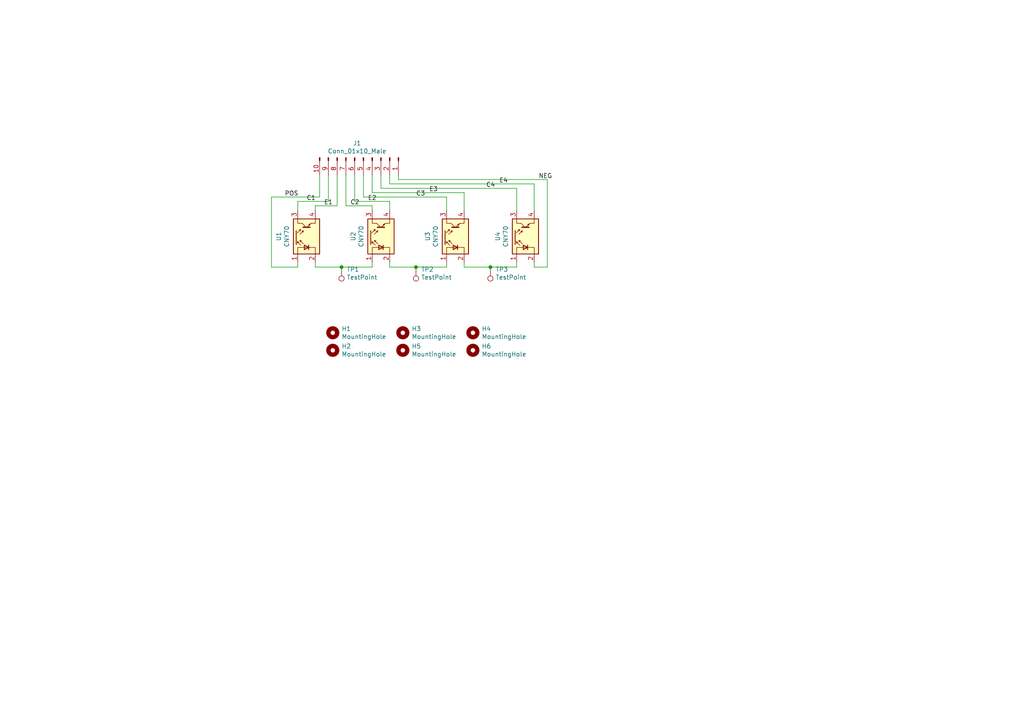
<source format=kicad_sch>
(kicad_sch (version 20211123) (generator eeschema)
  (paper "A4")
  (lib_symbols
    (symbol "Connector:Conn_01x10_Male" (pin_names (offset 1.016) hide)
      (property "Reference" "J" (at 0 12.7 0))
      (property "Value" "Conn_01x10_Male" (at 0 -15.24 0))
      (symbol "Conn_01x10_Male_1_1"
        (polyline (pts (xy 1.27 -12.7) (xy 0.8636 -12.7)) (stroke (width 0.1524)))
        (polyline (pts (xy 1.27 -10.16) (xy 0.8636 -10.16)) (stroke (width 0.1524)))
        (polyline (pts (xy 1.27 -7.62) (xy 0.8636 -7.62)) (stroke (width 0.1524)))
        (polyline (pts (xy 1.27 -5.08) (xy 0.8636 -5.08)) (stroke (width 0.1524)))
        (polyline (pts (xy 1.27 -2.54) (xy 0.8636 -2.54)) (stroke (width 0.1524)))
        (polyline (pts (xy 1.27 0) (xy 0.8636 0)) (stroke (width 0.1524)))
        (polyline (pts (xy 1.27 2.54) (xy 0.8636 2.54)) (stroke (width 0.1524)))
        (polyline (pts (xy 1.27 5.08) (xy 0.8636 5.08)) (stroke (width 0.1524)))
        (polyline (pts (xy 1.27 7.62) (xy 0.8636 7.62)) (stroke (width 0.1524)))
        (polyline (pts (xy 1.27 10.16) (xy 0.8636 10.16)) (stroke (width 0.1524)))
        (rectangle (start 0.8636 -12.573) (end 0 -12.827) (stroke (width 0.1524)) (fill (type outline)))
        (rectangle (start 0.8636 -10.033) (end 0 -10.287) (stroke (width 0.1524)) (fill (type outline)))
        (rectangle (start 0.8636 -7.493) (end 0 -7.747) (stroke (width 0.1524)) (fill (type outline)))
        (rectangle (start 0.8636 -4.953) (end 0 -5.207) (stroke (width 0.1524)) (fill (type outline)))
        (rectangle (start 0.8636 -2.413) (end 0 -2.667) (stroke (width 0.1524)) (fill (type outline)))
        (rectangle (start 0.8636 0.127) (end 0 -0.127) (stroke (width 0.1524)) (fill (type outline)))
        (rectangle (start 0.8636 2.667) (end 0 2.413) (stroke (width 0.1524)) (fill (type outline)))
        (rectangle (start 0.8636 5.207) (end 0 4.953) (stroke (width 0.1524)) (fill (type outline)))
        (rectangle (start 0.8636 7.747) (end 0 7.493) (stroke (width 0.1524)) (fill (type outline)))
        (rectangle (start 0.8636 10.287) (end 0 10.033) (stroke (width 0.1524)) (fill (type outline)))
        (pin passive line (at 5.08 10.16 180) (length 3.81) (name "Pin_1") (number "1"))
        (pin passive line (at 5.08 -12.7 180) (length 3.81) (name "Pin_10") (number "10"))
        (pin passive line (at 5.08 7.62 180) (length 3.81) (name "Pin_2") (number "2"))
        (pin passive line (at 5.08 5.08 180) (length 3.81) (name "Pin_3") (number "3"))
        (pin passive line (at 5.08 2.54 180) (length 3.81) (name "Pin_4") (number "4"))
        (pin passive line (at 5.08 0 180) (length 3.81) (name "Pin_5") (number "5"))
        (pin passive line (at 5.08 -2.54 180) (length 3.81) (name "Pin_6") (number "6"))
        (pin passive line (at 5.08 -5.08 180) (length 3.81) (name "Pin_7") (number "7"))
        (pin passive line (at 5.08 -7.62 180) (length 3.81) (name "Pin_8") (number "8"))
        (pin passive line (at 5.08 -10.16 180) (length 3.81) (name "Pin_9") (number "9"))
      )
    )
    (symbol "Connector:TestPoint" (pin_numbers hide) (pin_names (offset 0.762) hide)
      (property "Reference" "TP" (at 0 6.858 0))
      (property "Value" "TestPoint" (at 0 5.08 0))
      (symbol "TestPoint_0_1"
        (circle (center 0 3.302) (radius 0.762))
      )
      (symbol "TestPoint_1_1"
        (pin passive line (at 0 0 90) (length 2.54) (name "1") (number "1"))
      )
    )
    (symbol "Mechanical:MountingHole" (pin_names (offset 1.016))
      (property "Reference" "H" (at 0 5.08 0))
      (property "Value" "MountingHole" (at 0 3.175 0))
      (symbol "MountingHole_0_1"
        (circle (center 0 0) (radius 1.27) (stroke (width 1.27)))
      )
    )
    (symbol "Sensor_Proximity:CNY70" (pin_names (offset 1.016) hide)
      (property "Reference" "U" (at -5.08 5.08 0))
      (property "Value" "CNY70" (at 5.08 5.08 0))
      (symbol "CNY70_0_1"
        (polyline (pts (xy -3.81 -0.635) (xy -2.54 -0.635)) (stroke (width 0.254)))
        (polyline (pts (xy -2.286 2.921) (xy -2.032 3.175)))
        (polyline (pts (xy -1.778 2.921) (xy -1.524 3.175)))
        (polyline (pts (xy -1.524 2.667) (xy -1.651 2.159)))
        (polyline (pts (xy -1.27 2.921) (xy -1.016 3.175)))
        (polyline (pts (xy -1.143 1.905) (xy -1.27 1.397)))
        (polyline (pts (xy -0.762 2.921) (xy -0.508 3.175)))
        (polyline (pts (xy -0.254 2.921) (xy 0 3.175)))
        (polyline (pts (xy 0.254 2.921) (xy 0.508 3.175)))
        (polyline (pts (xy 0.762 2.921) (xy 1.016 3.175)))
        (polyline (pts (xy 1.27 2.921) (xy 1.524 3.175)))
        (polyline (pts (xy 1.651 0.889) (xy 1.143 1.016)))
        (polyline (pts (xy 1.778 2.921) (xy -2.413 2.921)))
        (polyline (pts (xy 2.032 1.651) (xy 1.524 1.778)))
        (polyline (pts (xy 2.667 -0.127) (xy 3.81 -1.27)))
        (polyline (pts (xy 2.667 0.127) (xy 3.81 1.27)))
        (polyline (pts (xy -2.54 1.651) (xy -1.524 2.667) (xy -2.032 2.54)))
        (polyline (pts (xy -2.159 0.889) (xy -1.143 1.905) (xy -1.651 1.778)))
        (polyline (pts (xy 0.635 1.905) (xy 1.651 0.889) (xy 1.524 1.397)))
        (polyline (pts (xy 1.016 2.667) (xy 2.032 1.651) (xy 1.905 2.159)))
        (polyline (pts (xy 2.667 1.016) (xy 2.667 -1.016) (xy 2.667 -1.016)) (stroke (width 0.3556)))
        (polyline (pts (xy 3.81 -1.27) (xy 3.81 -2.54) (xy 5.08 -2.54)))
        (polyline (pts (xy 3.81 1.27) (xy 3.81 2.54) (xy 5.08 2.54)))
        (polyline (pts (xy -5.08 -2.54) (xy -3.175 -2.54) (xy -3.175 2.54) (xy -5.08 2.54)))
        (polyline (pts (xy -3.175 -0.635) (xy -3.81 0.635) (xy -2.54 0.635) (xy -3.175 -0.635)) (stroke (width 0.254)))
        (polyline (pts (xy 3.683 -1.143) (xy 3.429 -0.635) (xy 3.175 -0.889) (xy 3.683 -1.143)))
        (polyline (pts (xy -5.08 -3.81) (xy 5.08 -3.81) (xy 5.08 3.81) (xy -5.08 3.81) (xy -5.08 -3.81)) (stroke (width 0.254)) (fill (type background)))
      )
      (symbol "CNY70_1_1"
        (pin passive line (at -7.62 2.54 0) (length 2.54) (name "A") (number "1"))
        (pin passive line (at -7.62 -2.54 0) (length 2.54) (name "K") (number "2"))
        (pin open_collector line (at 7.62 2.54 180) (length 2.54) (name "C") (number "3"))
        (pin open_emitter line (at 7.62 -2.54 180) (length 2.54) (name "E") (number "4"))
      )
    )
  )
  (junction (at 120.65 77.47))
  (junction (at 142.24 77.47))
  (junction (at 99.06 77.47))
  (wire (pts (xy 91.44 59.69) (xy 97.79 59.69)))
  (wire (pts (xy 95.25 50.8) (xy 95.25 58.42)))
  (wire (pts (xy 100.33 50.8) (xy 100.33 59.69)))
  (wire (pts (xy 78.74 77.47) (xy 78.74 57.15)))
  (wire (pts (xy 107.95 50.8) (xy 107.95 55.88)))
  (wire (pts (xy 158.75 77.47) (xy 158.75 52.07)))
  (wire (pts (xy 97.79 59.69) (xy 97.79 50.8)))
  (wire (pts (xy 113.03 50.8) (xy 113.03 53.34)))
  (wire (pts (xy 78.74 57.15) (xy 92.71 57.15)))
  (wire (pts (xy 105.41 57.15) (xy 129.54 57.15)))
  (wire (pts (xy 158.75 52.07) (xy 115.57 52.07)))
  (wire (pts (xy 110.49 50.8) (xy 110.49 54.61)))
  (wire (pts (xy 120.65 77.47) (xy 129.54 77.47)))
  (wire (pts (xy 107.95 59.69) (xy 107.95 60.96)))
  (wire (pts (xy 91.44 60.96) (xy 91.44 59.69)))
  (wire (pts (xy 86.36 58.42) (xy 86.36 60.96)))
  (wire (pts (xy 134.62 77.47) (xy 142.24 77.47)))
  (wire (pts (xy 115.57 52.07) (xy 115.57 50.8)))
  (wire (pts (xy 154.94 53.34) (xy 154.94 60.96)))
  (wire (pts (xy 91.44 76.2) (xy 91.44 77.47)))
  (wire (pts (xy 113.03 53.34) (xy 154.94 53.34)))
  (wire (pts (xy 113.03 76.2) (xy 113.03 77.47)))
  (wire (pts (xy 92.71 57.15) (xy 92.71 50.8)))
  (wire (pts (xy 100.33 59.69) (xy 107.95 59.69)))
  (wire (pts (xy 149.86 54.61) (xy 149.86 60.96)))
  (wire (pts (xy 129.54 77.47) (xy 129.54 76.2)))
  (wire (pts (xy 107.95 77.47) (xy 107.95 76.2)))
  (wire (pts (xy 113.03 58.42) (xy 113.03 60.96)))
  (wire (pts (xy 110.49 54.61) (xy 149.86 54.61)))
  (wire (pts (xy 105.41 50.8) (xy 105.41 57.15)))
  (wire (pts (xy 129.54 57.15) (xy 129.54 60.96)))
  (wire (pts (xy 107.95 55.88) (xy 134.62 55.88)))
  (wire (pts (xy 134.62 55.88) (xy 134.62 60.96)))
  (wire (pts (xy 91.44 77.47) (xy 99.06 77.47)))
  (wire (pts (xy 154.94 76.2) (xy 154.94 77.47)))
  (wire (pts (xy 86.36 77.47) (xy 78.74 77.47)))
  (wire (pts (xy 113.03 77.47) (xy 120.65 77.47)))
  (wire (pts (xy 142.24 77.47) (xy 149.86 77.47)))
  (wire (pts (xy 102.87 58.42) (xy 113.03 58.42)))
  (wire (pts (xy 149.86 77.47) (xy 149.86 76.2)))
  (wire (pts (xy 95.25 58.42) (xy 86.36 58.42)))
  (wire (pts (xy 102.87 50.8) (xy 102.87 58.42)))
  (wire (pts (xy 134.62 76.2) (xy 134.62 77.47)))
  (wire (pts (xy 99.06 77.47) (xy 107.95 77.47)))
  (wire (pts (xy 154.94 77.47) (xy 158.75 77.47)))
  (wire (pts (xy 86.36 76.2) (xy 86.36 77.47)))
  (label "E2" (at 106.68 58.42 0))
  (label "E4" (at 144.78 53.34 0))
  (label "E3" (at 124.46 55.88 0))
  (label "E1" (at 93.98 59.69 0))
  (label "NEG" (at 156.21 52.07 0))
  (label "C1" (at 88.9 58.42 0))
  (label "C4" (at 140.97 54.61 0))
  (label "C2" (at 101.6 59.69 0))
  (label "C3" (at 120.65 57.15 0))
  (label "POS" (at 82.55 57.15 0))
  (symbol (lib_id "Sensor_Proximity:CNY70") (at 88.9 68.58 90) (unit 1)
    (property "Reference" "U1" (at 80.8482 68.58 0))
    (property "Value" "CNY70" (at 83.1596 68.58 0))
    (property "Footprint" "OptoDevice:Vishay_CNY70" (effects hide))
    (property "Datasheet" "https://www.vishay.com/docs/83751/cny70.pdf" (effects hide))
  )
  (symbol (lib_id "Sensor_Proximity:CNY70") (at 132.08 68.58 90) (unit 1)
    (property "Reference" "U3" (at 124.0282 68.58 0))
    (property "Value" "CNY70" (at 126.3396 68.58 0))
    (property "Footprint" "OptoDevice:Vishay_CNY70" (effects hide))
    (property "Datasheet" "https://www.vishay.com/docs/83751/cny70.pdf" (effects hide))
  )
  (symbol (lib_id "Mechanical:MountingHole") (at 96.52 96.52 0) (unit 1)
    (property "Reference" "H1" (at 99.06 95.3516 0) (effects (justify left)))
    (property "Value" "MountingHole" (at 99.06 97.663 0) (effects (justify left)))
    (property "Footprint" "Mounting_Holes:MountingHole_3.2mm_M3" (effects hide))
  )
  (symbol (lib_id "Sensor_Proximity:CNY70") (at 152.4 68.58 90) (unit 1)
    (property "Reference" "U4" (at 144.3482 68.58 0))
    (property "Value" "CNY70" (at 146.6596 68.58 0))
    (property "Footprint" "OptoDevice:Vishay_CNY70" (effects hide))
    (property "Datasheet" "https://www.vishay.com/docs/83751/cny70.pdf" (effects hide))
  )
  (symbol (lib_id "Sensor_Proximity:CNY70") (at 110.49 68.58 90) (unit 1)
    (property "Reference" "U2" (at 102.4382 68.58 0))
    (property "Value" "CNY70" (at 104.7496 68.58 0))
    (property "Footprint" "OptoDevice:Vishay_CNY70" (effects hide))
    (property "Datasheet" "https://www.vishay.com/docs/83751/cny70.pdf" (effects hide))
  )
  (symbol (lib_id "Mechanical:MountingHole") (at 96.52 101.6 0) (unit 1)
    (property "Reference" "H2" (at 99.06 100.4316 0) (effects (justify left)))
    (property "Value" "MountingHole" (at 99.06 102.743 0) (effects (justify left)))
    (property "Footprint" "Mounting_Holes:MountingHole_3.2mm_M3" (effects hide))
  )
  (symbol (lib_id "Connector:Conn_01x10_Male") (at 105.41 45.72 270) (unit 1)
    (property "Reference" "J1" (at 103.5812 41.529 90))
    (property "Value" "Conn_01x10_Male" (at 103.5812 43.8404 90))
    (property "Footprint" "Pin_Headers:Pin_Header_Angled_1x10_Pitch2.54mm" (effects hide))
  )
  (symbol (lib_id "Connector:TestPoint") (at 99.06 77.47 180) (unit 1)
    (property "Reference" "TP1" (at 100.5332 78.1304 0) (effects (justify right)))
    (property "Value" "TestPoint" (at 100.5332 80.4418 0) (effects (justify right)))
    (property "Footprint" "TestPoint:TestPoint_Pad_1.0x1.0mm" (effects hide))
  )
  (symbol (lib_id "Connector:TestPoint") (at 120.65 77.47 180) (unit 1)
    (property "Reference" "TP2" (at 122.1232 78.1304 0) (effects (justify right)))
    (property "Value" "TestPoint" (at 122.1232 80.4418 0) (effects (justify right)))
    (property "Footprint" "TestPoint:TestPoint_Pad_1.0x1.0mm" (effects hide))
  )
  (symbol (lib_id "Connector:TestPoint") (at 142.24 77.47 180) (unit 1)
    (property "Reference" "TP3" (at 143.7132 78.1304 0) (effects (justify right)))
    (property "Value" "TestPoint" (at 143.7132 80.4418 0) (effects (justify right)))
    (property "Footprint" "TestPoint:TestPoint_Pad_1.0x1.0mm" (effects hide))
  )
  (symbol (lib_id "Mechanical:MountingHole") (at 116.84 96.52 0) (unit 1)
    (property "Reference" "H3" (at 119.38 95.3516 0) (effects (justify left)))
    (property "Value" "MountingHole" (at 119.38 97.663 0) (effects (justify left)))
    (property "Footprint" "Mounting_Holes:MountingHole_3.2mm_M3" (effects hide))
  )
  (symbol (lib_id "Mechanical:MountingHole") (at 116.84 101.6 0) (unit 1)
    (property "Reference" "H5" (at 119.38 100.4316 0) (effects (justify left)))
    (property "Value" "MountingHole" (at 119.38 102.743 0) (effects (justify left)))
    (property "Footprint" "Mounting_Holes:MountingHole_3.2mm_M3" (effects hide))
  )
  (symbol (lib_id "Mechanical:MountingHole") (at 137.16 96.52 0) (unit 1)
    (property "Reference" "H4" (at 139.7 95.3516 0) (effects (justify left)))
    (property "Value" "MountingHole" (at 139.7 97.663 0) (effects (justify left)))
    (property "Footprint" "Mounting_Holes:MountingHole_3.2mm_M3" (effects hide))
  )
  (symbol (lib_id "Mechanical:MountingHole") (at 137.16 101.6 0) (unit 1)
    (property "Reference" "H6" (at 139.7 100.4316 0) (effects (justify left)))
    (property "Value" "MountingHole" (at 139.7 102.743 0) (effects (justify left)))
    (property "Footprint" "Mounting_Holes:MountingHole_3.2mm_M3" (effects hide))
  )
)
</source>
